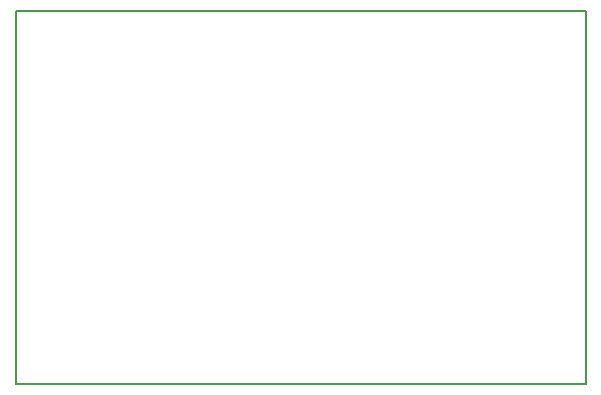
<source format=gbr>
%TF.GenerationSoftware,KiCad,Pcbnew,7.0.8*%
%TF.CreationDate,2024-01-01T15:13:20+01:00*%
%TF.ProjectId,IoT,496f542e-6b69-4636-9164-5f7063625858,rev?*%
%TF.SameCoordinates,Original*%
%TF.FileFunction,Profile,NP*%
%FSLAX46Y46*%
G04 Gerber Fmt 4.6, Leading zero omitted, Abs format (unit mm)*
G04 Created by KiCad (PCBNEW 7.0.8) date 2024-01-01 15:13:20*
%MOMM*%
%LPD*%
G01*
G04 APERTURE LIST*
%TA.AperFunction,Profile*%
%ADD10C,0.200000*%
%TD*%
G04 APERTURE END LIST*
D10*
X115290000Y-64120000D02*
X163580000Y-64120000D01*
X163580000Y-95760000D01*
X115290000Y-95760000D01*
X115290000Y-64120000D01*
M02*

</source>
